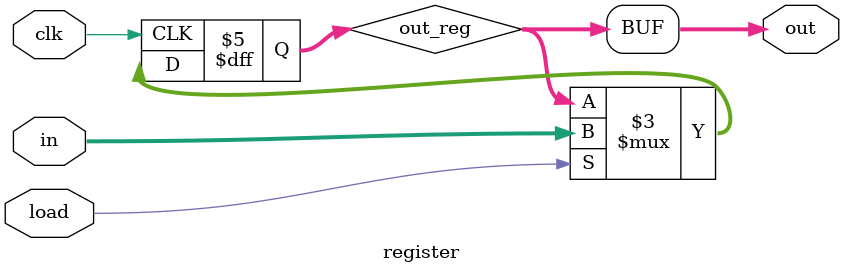
<source format=v>
/* 16-bit register */
module register(
    input wire [15:0] in,
    input wire load,
    input wire clk,
    output wire [15:0] out
);
    reg [15:0] out_reg;
    always @(posedge clk) begin
        if (load) begin
            out_reg <= in;
        end else begin
            out_reg <= out;
        end
    end
    assign out = out_reg;
endmodule
</source>
